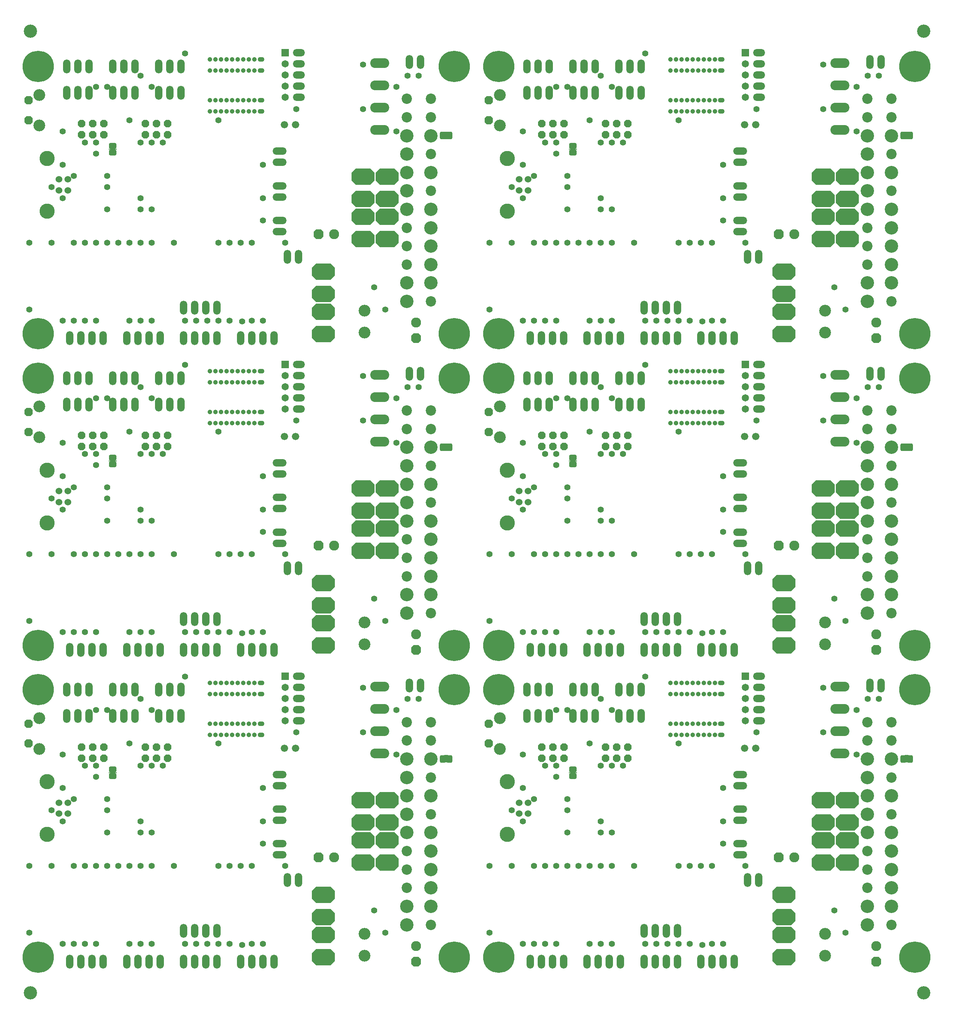
<source format=gbs>
%FSLAX24Y24*%
%MOIN*%
G70*
G01*
G75*
G04 Layer_Color=16711935*
%ADD10C,0.0070*%
G04:AMPARAMS|DCode=11|XSize=78.7mil|YSize=78.7mil|CornerRadius=39.4mil|HoleSize=0mil|Usage=FLASHONLY|Rotation=90.000|XOffset=0mil|YOffset=0mil|HoleType=Round|Shape=RoundedRectangle|*
%AMROUNDEDRECTD11*
21,1,0.0787,0.0000,0,0,90.0*
21,1,0.0000,0.0787,0,0,90.0*
1,1,0.0787,0.0000,0.0000*
1,1,0.0787,0.0000,0.0000*
1,1,0.0787,0.0000,0.0000*
1,1,0.0787,0.0000,0.0000*
%
%ADD11ROUNDEDRECTD11*%
%ADD12C,0.0100*%
G04:AMPARAMS|DCode=13|XSize=29.1mil|YSize=39.4mil|CornerRadius=5.8mil|HoleSize=0mil|Usage=FLASHONLY|Rotation=90.000|XOffset=0mil|YOffset=0mil|HoleType=Round|Shape=RoundedRectangle|*
%AMROUNDEDRECTD13*
21,1,0.0291,0.0277,0,0,90.0*
21,1,0.0175,0.0394,0,0,90.0*
1,1,0.0117,0.0139,0.0087*
1,1,0.0117,0.0139,-0.0087*
1,1,0.0117,-0.0139,-0.0087*
1,1,0.0117,-0.0139,0.0087*
%
%ADD13ROUNDEDRECTD13*%
G04:AMPARAMS|DCode=14|XSize=22mil|YSize=24mil|CornerRadius=4.4mil|HoleSize=0mil|Usage=FLASHONLY|Rotation=180.000|XOffset=0mil|YOffset=0mil|HoleType=Round|Shape=RoundedRectangle|*
%AMROUNDEDRECTD14*
21,1,0.0220,0.0152,0,0,180.0*
21,1,0.0132,0.0240,0,0,180.0*
1,1,0.0088,-0.0066,0.0076*
1,1,0.0088,0.0066,0.0076*
1,1,0.0088,0.0066,-0.0076*
1,1,0.0088,-0.0066,-0.0076*
%
%ADD14ROUNDEDRECTD14*%
G04:AMPARAMS|DCode=15|XSize=22mil|YSize=24mil|CornerRadius=4.4mil|HoleSize=0mil|Usage=FLASHONLY|Rotation=90.000|XOffset=0mil|YOffset=0mil|HoleType=Round|Shape=RoundedRectangle|*
%AMROUNDEDRECTD15*
21,1,0.0220,0.0152,0,0,90.0*
21,1,0.0132,0.0240,0,0,90.0*
1,1,0.0088,0.0076,0.0066*
1,1,0.0088,0.0076,-0.0066*
1,1,0.0088,-0.0076,-0.0066*
1,1,0.0088,-0.0076,0.0066*
%
%ADD15ROUNDEDRECTD15*%
G04:AMPARAMS|DCode=16|XSize=29.1mil|YSize=39.4mil|CornerRadius=5.8mil|HoleSize=0mil|Usage=FLASHONLY|Rotation=0.000|XOffset=0mil|YOffset=0mil|HoleType=Round|Shape=RoundedRectangle|*
%AMROUNDEDRECTD16*
21,1,0.0291,0.0277,0,0,0.0*
21,1,0.0175,0.0394,0,0,0.0*
1,1,0.0117,0.0087,-0.0139*
1,1,0.0117,-0.0087,-0.0139*
1,1,0.0117,-0.0087,0.0139*
1,1,0.0117,0.0087,0.0139*
%
%ADD16ROUNDEDRECTD16*%
%ADD17R,0.0240X0.0240*%
%ADD18R,0.0280X0.0560*%
%ADD19R,0.1970X0.1700*%
%ADD20R,0.0420X0.0520*%
G04:AMPARAMS|DCode=21|XSize=40mil|YSize=40mil|CornerRadius=20mil|HoleSize=0mil|Usage=FLASHONLY|Rotation=0.000|XOffset=0mil|YOffset=0mil|HoleType=Round|Shape=RoundedRectangle|*
%AMROUNDEDRECTD21*
21,1,0.0400,0.0000,0,0,0.0*
21,1,0.0000,0.0400,0,0,0.0*
1,1,0.0400,0.0000,0.0000*
1,1,0.0400,0.0000,0.0000*
1,1,0.0400,0.0000,0.0000*
1,1,0.0400,0.0000,0.0000*
%
%ADD21ROUNDEDRECTD21*%
%ADD22R,0.0480X0.0480*%
%ADD23R,0.0480X0.0480*%
%ADD24R,0.0630X0.1260*%
%ADD25R,0.0600X0.0120*%
%ADD26R,0.0120X0.0600*%
%ADD27R,0.0320X0.0360*%
%ADD28R,0.0360X0.0320*%
%ADD29R,0.0280X0.0200*%
%ADD30R,0.0200X0.0280*%
%ADD31R,0.0790X0.0790*%
%ADD32R,0.0790X0.0790*%
%ADD33R,0.0500X0.0150*%
G04:AMPARAMS|DCode=34|XSize=63mil|YSize=71mil|CornerRadius=15.8mil|HoleSize=0mil|Usage=FLASHONLY|Rotation=270.000|XOffset=0mil|YOffset=0mil|HoleType=Round|Shape=RoundedRectangle|*
%AMROUNDEDRECTD34*
21,1,0.0630,0.0395,0,0,270.0*
21,1,0.0315,0.0710,0,0,270.0*
1,1,0.0315,-0.0198,-0.0158*
1,1,0.0315,-0.0198,0.0158*
1,1,0.0315,0.0198,0.0158*
1,1,0.0315,0.0198,-0.0158*
%
%ADD34ROUNDEDRECTD34*%
%ADD35R,0.0543X0.0709*%
%ADD36R,0.0709X0.0543*%
%ADD37R,0.0200X0.0260*%
G04:AMPARAMS|DCode=38|XSize=52mil|YSize=60mil|CornerRadius=13mil|HoleSize=0mil|Usage=FLASHONLY|Rotation=270.000|XOffset=0mil|YOffset=0mil|HoleType=Round|Shape=RoundedRectangle|*
%AMROUNDEDRECTD38*
21,1,0.0520,0.0340,0,0,270.0*
21,1,0.0260,0.0600,0,0,270.0*
1,1,0.0260,-0.0170,-0.0130*
1,1,0.0260,-0.0170,0.0130*
1,1,0.0260,0.0170,0.0130*
1,1,0.0260,0.0170,-0.0130*
%
%ADD38ROUNDEDRECTD38*%
G04:AMPARAMS|DCode=39|XSize=52mil|YSize=60mil|CornerRadius=13mil|HoleSize=0mil|Usage=FLASHONLY|Rotation=180.000|XOffset=0mil|YOffset=0mil|HoleType=Round|Shape=RoundedRectangle|*
%AMROUNDEDRECTD39*
21,1,0.0520,0.0340,0,0,180.0*
21,1,0.0260,0.0600,0,0,180.0*
1,1,0.0260,-0.0130,0.0170*
1,1,0.0260,0.0130,0.0170*
1,1,0.0260,0.0130,-0.0170*
1,1,0.0260,-0.0130,-0.0170*
%
%ADD39ROUNDEDRECTD39*%
%ADD40R,0.0236X0.1319*%
G04:AMPARAMS|DCode=41|XSize=12mil|YSize=32mil|CornerRadius=4.8mil|HoleSize=0mil|Usage=FLASHONLY|Rotation=270.000|XOffset=0mil|YOffset=0mil|HoleType=Round|Shape=RoundedRectangle|*
%AMROUNDEDRECTD41*
21,1,0.0120,0.0224,0,0,270.0*
21,1,0.0024,0.0320,0,0,270.0*
1,1,0.0096,-0.0112,-0.0012*
1,1,0.0096,-0.0112,0.0012*
1,1,0.0096,0.0112,0.0012*
1,1,0.0096,0.0112,-0.0012*
%
%ADD41ROUNDEDRECTD41*%
G04:AMPARAMS|DCode=42|XSize=12mil|YSize=32mil|CornerRadius=4.8mil|HoleSize=0mil|Usage=FLASHONLY|Rotation=0.000|XOffset=0mil|YOffset=0mil|HoleType=Round|Shape=RoundedRectangle|*
%AMROUNDEDRECTD42*
21,1,0.0120,0.0224,0,0,0.0*
21,1,0.0024,0.0320,0,0,0.0*
1,1,0.0096,0.0012,-0.0112*
1,1,0.0096,-0.0012,-0.0112*
1,1,0.0096,-0.0012,0.0112*
1,1,0.0096,0.0012,0.0112*
%
%ADD42ROUNDEDRECTD42*%
%ADD43R,0.1370X0.1370*%
%ADD44R,0.1370X0.1370*%
%ADD45C,0.0500*%
%ADD46C,0.1000*%
%ADD47C,0.0080*%
%ADD48C,0.0240*%
%ADD49C,0.0400*%
%ADD50C,0.0120*%
%ADD51C,0.0800*%
%ADD52C,0.0200*%
%ADD53C,0.0250*%
%ADD54C,0.0600*%
%ADD55C,0.0320*%
%ADD56R,0.1620X0.0803*%
%ADD57R,0.3819X0.2046*%
%ADD58R,0.2441X0.2008*%
%ADD59R,0.0551X0.0472*%
%ADD60R,0.0984X0.1685*%
%ADD61R,0.0945X0.1339*%
%ADD62R,0.1457X0.2087*%
%ADD63R,0.1063X0.1220*%
G04:AMPARAMS|DCode=64|XSize=140mil|YSize=200mil|CornerRadius=0mil|HoleSize=0mil|Usage=FLASHONLY|Rotation=90.000|XOffset=0mil|YOffset=0mil|HoleType=Round|Shape=Octagon|*
%AMOCTAGOND64*
4,1,8,-0.1000,-0.0350,-0.1000,0.0350,-0.0650,0.0700,0.0650,0.0700,0.1000,0.0350,0.1000,-0.0350,0.0650,-0.0700,-0.0650,-0.0700,-0.1000,-0.0350,0.0*
%
%ADD64OCTAGOND64*%

%ADD65C,0.0870*%
%ADD66C,0.1142*%
%ADD67P,0.0909X8X202.5*%
%ADD68C,0.0840*%
%ADD69P,0.0909X8X292.5*%
%ADD70O,0.0600X0.1200*%
%ADD71P,0.0671X8X22.5*%
%ADD72C,0.0600*%
%ADD73O,0.1200X0.0600*%
%ADD74C,0.1000*%
%ADD75O,0.1650X0.0825*%
%ADD76C,0.2756*%
%ADD77P,0.0758X8X292.5*%
%ADD78C,0.0540*%
%ADD79C,0.1305*%
%ADD80C,0.0360*%
%ADD81O,0.0540X0.0360*%
%ADD82R,0.0591X0.0591*%
%ADD83O,0.1024X0.0591*%
%ADD84C,0.0591*%
%ADD85C,0.0300*%
%ADD86C,0.0500*%
%ADD87C,0.0320*%
%ADD88C,0.1581*%
%ADD89C,0.1240*%
%ADD90C,0.0949*%
G04:AMPARAMS|DCode=91|XSize=130.866mil|YSize=130.866mil|CornerRadius=0mil|HoleSize=0mil|Usage=FLASHONLY|Rotation=0.000|XOffset=0mil|YOffset=0mil|HoleType=Round|Shape=Relief|Width=10mil|Gap=10mil|Entries=4|*
%AMTHD91*
7,0,0,0.1309,0.1109,0.0100,45*
%
%ADD91THD91*%
%ADD92C,0.1421*%
G04:AMPARAMS|DCode=93|XSize=100mil|YSize=100mil|CornerRadius=0mil|HoleSize=0mil|Usage=FLASHONLY|Rotation=0.000|XOffset=0mil|YOffset=0mil|HoleType=Round|Shape=Relief|Width=10mil|Gap=10mil|Entries=4|*
%AMTHD93*
7,0,0,0.1000,0.0800,0.0100,45*
%
%ADD93THD93*%
%ADD94C,0.0640*%
G04:AMPARAMS|DCode=95|XSize=98mil|YSize=98mil|CornerRadius=0mil|HoleSize=0mil|Usage=FLASHONLY|Rotation=0.000|XOffset=0mil|YOffset=0mil|HoleType=Round|Shape=Relief|Width=10mil|Gap=10mil|Entries=4|*
%AMTHD95*
7,0,0,0.0980,0.0780,0.0100,45*
%
%ADD95THD95*%
%ADD96C,0.0620*%
%ADD97C,0.0790*%
%ADD98C,0.0830*%
%ADD99C,0.1110*%
%ADD100C,0.0460*%
G04:AMPARAMS|DCode=101|XSize=82mil|YSize=82mil|CornerRadius=0mil|HoleSize=0mil|Usage=FLASHONLY|Rotation=0.000|XOffset=0mil|YOffset=0mil|HoleType=Round|Shape=Relief|Width=10mil|Gap=10mil|Entries=4|*
%AMTHD101*
7,0,0,0.0820,0.0620,0.0100,45*
%
%ADD101THD101*%
%ADD102C,0.0594*%
G04:AMPARAMS|DCode=103|XSize=95.433mil|YSize=95.433mil|CornerRadius=0mil|HoleSize=0mil|Usage=FLASHONLY|Rotation=0.000|XOffset=0mil|YOffset=0mil|HoleType=Round|Shape=Relief|Width=10mil|Gap=10mil|Entries=4|*
%AMTHD103*
7,0,0,0.0954,0.0754,0.0100,45*
%
%ADD103THD103*%
%ADD104C,0.0390*%
%ADD105C,0.0550*%
%ADD106C,0.0520*%
%ADD107C,0.1400*%
%ADD108R,0.3622X0.4331*%
%ADD109R,0.3583X0.4331*%
%ADD110R,0.3425X0.4331*%
%ADD111R,0.4094X0.4331*%
G04:AMPARAMS|DCode=112|XSize=50mil|YSize=50mil|CornerRadius=25mil|HoleSize=0mil|Usage=FLASHONLY|Rotation=90.000|XOffset=0mil|YOffset=0mil|HoleType=Round|Shape=RoundedRectangle|*
%AMROUNDEDRECTD112*
21,1,0.0500,0.0000,0,0,90.0*
21,1,0.0000,0.0500,0,0,90.0*
1,1,0.0500,0.0000,0.0000*
1,1,0.0500,0.0000,0.0000*
1,1,0.0500,0.0000,0.0000*
1,1,0.0500,0.0000,0.0000*
%
%ADD112ROUNDEDRECTD112*%
G04:AMPARAMS|DCode=113|XSize=50mil|YSize=50mil|CornerRadius=25mil|HoleSize=0mil|Usage=FLASHONLY|Rotation=180.000|XOffset=0mil|YOffset=0mil|HoleType=Round|Shape=RoundedRectangle|*
%AMROUNDEDRECTD113*
21,1,0.0500,0.0000,0,0,180.0*
21,1,0.0000,0.0500,0,0,180.0*
1,1,0.0500,0.0000,0.0000*
1,1,0.0500,0.0000,0.0000*
1,1,0.0500,0.0000,0.0000*
1,1,0.0500,0.0000,0.0000*
%
%ADD113ROUNDEDRECTD113*%
G04:AMPARAMS|DCode=114|XSize=46mil|YSize=63mil|CornerRadius=11.5mil|HoleSize=0mil|Usage=FLASHONLY|Rotation=180.000|XOffset=0mil|YOffset=0mil|HoleType=Round|Shape=RoundedRectangle|*
%AMROUNDEDRECTD114*
21,1,0.0460,0.0400,0,0,180.0*
21,1,0.0230,0.0630,0,0,180.0*
1,1,0.0230,-0.0115,0.0200*
1,1,0.0230,0.0115,0.0200*
1,1,0.0230,0.0115,-0.0200*
1,1,0.0230,-0.0115,-0.0200*
%
%ADD114ROUNDEDRECTD114*%
G04:AMPARAMS|DCode=115|XSize=46mil|YSize=63mil|CornerRadius=11.5mil|HoleSize=0mil|Usage=FLASHONLY|Rotation=270.000|XOffset=0mil|YOffset=0mil|HoleType=Round|Shape=RoundedRectangle|*
%AMROUNDEDRECTD115*
21,1,0.0460,0.0400,0,0,270.0*
21,1,0.0230,0.0630,0,0,270.0*
1,1,0.0230,-0.0200,-0.0115*
1,1,0.0230,-0.0200,0.0115*
1,1,0.0230,0.0200,0.0115*
1,1,0.0230,0.0200,-0.0115*
%
%ADD115ROUNDEDRECTD115*%
%ADD116C,0.0060*%
%ADD117C,0.0050*%
%ADD118C,0.0000*%
%ADD119C,0.0098*%
%ADD120C,0.0040*%
%ADD121C,0.0079*%
%ADD122R,0.0119X0.0120*%
%ADD123R,0.0060X0.0120*%
%ADD124R,0.0059X0.0120*%
%ADD125R,0.0120X0.0119*%
%ADD126R,0.0120X0.0060*%
%ADD127R,0.0120X0.0059*%
%ADD128R,0.0492X0.2450*%
%ADD129R,0.0295X0.0879*%
%ADD130R,0.0879X0.0295*%
G04:AMPARAMS|DCode=131|XSize=31.1mil|YSize=41.4mil|CornerRadius=6.8mil|HoleSize=0mil|Usage=FLASHONLY|Rotation=90.000|XOffset=0mil|YOffset=0mil|HoleType=Round|Shape=RoundedRectangle|*
%AMROUNDEDRECTD131*
21,1,0.0311,0.0277,0,0,90.0*
21,1,0.0175,0.0414,0,0,90.0*
1,1,0.0137,0.0139,0.0087*
1,1,0.0137,0.0139,-0.0087*
1,1,0.0137,-0.0139,-0.0087*
1,1,0.0137,-0.0139,0.0087*
%
%ADD131ROUNDEDRECTD131*%
G04:AMPARAMS|DCode=132|XSize=24mil|YSize=26mil|CornerRadius=5.4mil|HoleSize=0mil|Usage=FLASHONLY|Rotation=180.000|XOffset=0mil|YOffset=0mil|HoleType=Round|Shape=RoundedRectangle|*
%AMROUNDEDRECTD132*
21,1,0.0240,0.0152,0,0,180.0*
21,1,0.0132,0.0260,0,0,180.0*
1,1,0.0108,-0.0066,0.0076*
1,1,0.0108,0.0066,0.0076*
1,1,0.0108,0.0066,-0.0076*
1,1,0.0108,-0.0066,-0.0076*
%
%ADD132ROUNDEDRECTD132*%
G04:AMPARAMS|DCode=133|XSize=24mil|YSize=26mil|CornerRadius=5.4mil|HoleSize=0mil|Usage=FLASHONLY|Rotation=90.000|XOffset=0mil|YOffset=0mil|HoleType=Round|Shape=RoundedRectangle|*
%AMROUNDEDRECTD133*
21,1,0.0240,0.0152,0,0,90.0*
21,1,0.0132,0.0260,0,0,90.0*
1,1,0.0108,0.0076,0.0066*
1,1,0.0108,0.0076,-0.0066*
1,1,0.0108,-0.0076,-0.0066*
1,1,0.0108,-0.0076,0.0066*
%
%ADD133ROUNDEDRECTD133*%
G04:AMPARAMS|DCode=134|XSize=31.1mil|YSize=41.4mil|CornerRadius=6.8mil|HoleSize=0mil|Usage=FLASHONLY|Rotation=0.000|XOffset=0mil|YOffset=0mil|HoleType=Round|Shape=RoundedRectangle|*
%AMROUNDEDRECTD134*
21,1,0.0311,0.0277,0,0,0.0*
21,1,0.0175,0.0414,0,0,0.0*
1,1,0.0137,0.0087,-0.0139*
1,1,0.0137,-0.0087,-0.0139*
1,1,0.0137,-0.0087,0.0139*
1,1,0.0137,0.0087,0.0139*
%
%ADD134ROUNDEDRECTD134*%
%ADD135R,0.0260X0.0260*%
%ADD136R,0.0300X0.0580*%
%ADD137R,0.1990X0.1720*%
%ADD138R,0.0440X0.0540*%
%ADD139R,0.0500X0.0500*%
%ADD140R,0.0500X0.0500*%
%ADD141R,0.0650X0.1280*%
%ADD142R,0.0620X0.0140*%
%ADD143R,0.0140X0.0620*%
%ADD144R,0.0340X0.0380*%
%ADD145R,0.0380X0.0340*%
%ADD146R,0.0300X0.0220*%
%ADD147R,0.0220X0.0300*%
%ADD148R,0.0810X0.0810*%
%ADD149R,0.0810X0.0810*%
%ADD150R,0.0520X0.0170*%
G04:AMPARAMS|DCode=151|XSize=65mil|YSize=73mil|CornerRadius=16.8mil|HoleSize=0mil|Usage=FLASHONLY|Rotation=270.000|XOffset=0mil|YOffset=0mil|HoleType=Round|Shape=RoundedRectangle|*
%AMROUNDEDRECTD151*
21,1,0.0650,0.0395,0,0,270.0*
21,1,0.0315,0.0730,0,0,270.0*
1,1,0.0335,-0.0198,-0.0158*
1,1,0.0335,-0.0198,0.0158*
1,1,0.0335,0.0198,0.0158*
1,1,0.0335,0.0198,-0.0158*
%
%ADD151ROUNDEDRECTD151*%
%ADD152R,0.0563X0.0729*%
%ADD153R,0.0729X0.0563*%
%ADD154R,0.0220X0.0280*%
G04:AMPARAMS|DCode=155|XSize=54mil|YSize=62mil|CornerRadius=14mil|HoleSize=0mil|Usage=FLASHONLY|Rotation=270.000|XOffset=0mil|YOffset=0mil|HoleType=Round|Shape=RoundedRectangle|*
%AMROUNDEDRECTD155*
21,1,0.0540,0.0340,0,0,270.0*
21,1,0.0260,0.0620,0,0,270.0*
1,1,0.0280,-0.0170,-0.0130*
1,1,0.0280,-0.0170,0.0130*
1,1,0.0280,0.0170,0.0130*
1,1,0.0280,0.0170,-0.0130*
%
%ADD155ROUNDEDRECTD155*%
G04:AMPARAMS|DCode=156|XSize=54mil|YSize=62mil|CornerRadius=14mil|HoleSize=0mil|Usage=FLASHONLY|Rotation=180.000|XOffset=0mil|YOffset=0mil|HoleType=Round|Shape=RoundedRectangle|*
%AMROUNDEDRECTD156*
21,1,0.0540,0.0340,0,0,180.0*
21,1,0.0260,0.0620,0,0,180.0*
1,1,0.0280,-0.0130,0.0170*
1,1,0.0280,0.0130,0.0170*
1,1,0.0280,0.0130,-0.0170*
1,1,0.0280,-0.0130,-0.0170*
%
%ADD156ROUNDEDRECTD156*%
%ADD157R,0.0256X0.1339*%
G04:AMPARAMS|DCode=158|XSize=14mil|YSize=34mil|CornerRadius=5.8mil|HoleSize=0mil|Usage=FLASHONLY|Rotation=270.000|XOffset=0mil|YOffset=0mil|HoleType=Round|Shape=RoundedRectangle|*
%AMROUNDEDRECTD158*
21,1,0.0140,0.0224,0,0,270.0*
21,1,0.0024,0.0340,0,0,270.0*
1,1,0.0116,-0.0112,-0.0012*
1,1,0.0116,-0.0112,0.0012*
1,1,0.0116,0.0112,0.0012*
1,1,0.0116,0.0112,-0.0012*
%
%ADD158ROUNDEDRECTD158*%
G04:AMPARAMS|DCode=159|XSize=14mil|YSize=34mil|CornerRadius=5.8mil|HoleSize=0mil|Usage=FLASHONLY|Rotation=0.000|XOffset=0mil|YOffset=0mil|HoleType=Round|Shape=RoundedRectangle|*
%AMROUNDEDRECTD159*
21,1,0.0140,0.0224,0,0,0.0*
21,1,0.0024,0.0340,0,0,0.0*
1,1,0.0116,0.0012,-0.0112*
1,1,0.0116,-0.0012,-0.0112*
1,1,0.0116,-0.0012,0.0112*
1,1,0.0116,0.0012,0.0112*
%
%ADD159ROUNDEDRECTD159*%
%ADD160C,0.0150*%
%ADD161R,0.0530X0.0170*%
%ADD162R,0.0460X0.0130*%
%ADD163R,0.1594X0.2303*%
%ADD164R,0.2303X0.1585*%
%ADD165R,0.2303X0.1594*%
%ADD166R,0.1585X0.2303*%
G04:AMPARAMS|DCode=167|XSize=118.7mil|YSize=118.7mil|CornerRadius=59.4mil|HoleSize=0mil|Usage=FLASHONLY|Rotation=90.000|XOffset=0mil|YOffset=0mil|HoleType=Round|Shape=RoundedRectangle|*
%AMROUNDEDRECTD167*
21,1,0.1187,0.0000,0,0,90.0*
21,1,0.0000,0.1187,0,0,90.0*
1,1,0.1187,0.0000,0.0000*
1,1,0.1187,0.0000,0.0000*
1,1,0.1187,0.0000,0.0000*
1,1,0.1187,0.0000,0.0000*
%
%ADD167ROUNDEDRECTD167*%
G04:AMPARAMS|DCode=168|XSize=35.1mil|YSize=45.4mil|CornerRadius=8.8mil|HoleSize=0mil|Usage=FLASHONLY|Rotation=90.000|XOffset=0mil|YOffset=0mil|HoleType=Round|Shape=RoundedRectangle|*
%AMROUNDEDRECTD168*
21,1,0.0351,0.0277,0,0,90.0*
21,1,0.0175,0.0454,0,0,90.0*
1,1,0.0177,0.0139,0.0087*
1,1,0.0177,0.0139,-0.0087*
1,1,0.0177,-0.0139,-0.0087*
1,1,0.0177,-0.0139,0.0087*
%
%ADD168ROUNDEDRECTD168*%
G04:AMPARAMS|DCode=169|XSize=28mil|YSize=30mil|CornerRadius=7.4mil|HoleSize=0mil|Usage=FLASHONLY|Rotation=180.000|XOffset=0mil|YOffset=0mil|HoleType=Round|Shape=RoundedRectangle|*
%AMROUNDEDRECTD169*
21,1,0.0280,0.0152,0,0,180.0*
21,1,0.0132,0.0300,0,0,180.0*
1,1,0.0148,-0.0066,0.0076*
1,1,0.0148,0.0066,0.0076*
1,1,0.0148,0.0066,-0.0076*
1,1,0.0148,-0.0066,-0.0076*
%
%ADD169ROUNDEDRECTD169*%
G04:AMPARAMS|DCode=170|XSize=28mil|YSize=30mil|CornerRadius=7.4mil|HoleSize=0mil|Usage=FLASHONLY|Rotation=90.000|XOffset=0mil|YOffset=0mil|HoleType=Round|Shape=RoundedRectangle|*
%AMROUNDEDRECTD170*
21,1,0.0280,0.0152,0,0,90.0*
21,1,0.0132,0.0300,0,0,90.0*
1,1,0.0148,0.0076,0.0066*
1,1,0.0148,0.0076,-0.0066*
1,1,0.0148,-0.0076,-0.0066*
1,1,0.0148,-0.0076,0.0066*
%
%ADD170ROUNDEDRECTD170*%
G04:AMPARAMS|DCode=171|XSize=35.1mil|YSize=45.4mil|CornerRadius=8.8mil|HoleSize=0mil|Usage=FLASHONLY|Rotation=0.000|XOffset=0mil|YOffset=0mil|HoleType=Round|Shape=RoundedRectangle|*
%AMROUNDEDRECTD171*
21,1,0.0351,0.0277,0,0,0.0*
21,1,0.0175,0.0454,0,0,0.0*
1,1,0.0177,0.0087,-0.0139*
1,1,0.0177,-0.0087,-0.0139*
1,1,0.0177,-0.0087,0.0139*
1,1,0.0177,0.0087,0.0139*
%
%ADD171ROUNDEDRECTD171*%
%ADD172R,0.0300X0.0300*%
%ADD173R,0.0340X0.0620*%
%ADD174R,0.2030X0.1760*%
%ADD175R,0.0480X0.0580*%
G04:AMPARAMS|DCode=176|XSize=80mil|YSize=80mil|CornerRadius=40mil|HoleSize=0mil|Usage=FLASHONLY|Rotation=0.000|XOffset=0mil|YOffset=0mil|HoleType=Round|Shape=RoundedRectangle|*
%AMROUNDEDRECTD176*
21,1,0.0800,0.0000,0,0,0.0*
21,1,0.0000,0.0800,0,0,0.0*
1,1,0.0800,0.0000,0.0000*
1,1,0.0800,0.0000,0.0000*
1,1,0.0800,0.0000,0.0000*
1,1,0.0800,0.0000,0.0000*
%
%ADD176ROUNDEDRECTD176*%
%ADD177R,0.0540X0.0540*%
%ADD178R,0.0540X0.0540*%
%ADD179R,0.0690X0.1320*%
%ADD180R,0.0660X0.0180*%
%ADD181R,0.0180X0.0660*%
%ADD182R,0.0380X0.0420*%
%ADD183R,0.0420X0.0380*%
%ADD184R,0.0340X0.0260*%
%ADD185R,0.0260X0.0340*%
%ADD186R,0.0850X0.0850*%
%ADD187R,0.0850X0.0850*%
%ADD188R,0.0560X0.0210*%
G04:AMPARAMS|DCode=189|XSize=69mil|YSize=77mil|CornerRadius=18.8mil|HoleSize=0mil|Usage=FLASHONLY|Rotation=270.000|XOffset=0mil|YOffset=0mil|HoleType=Round|Shape=RoundedRectangle|*
%AMROUNDEDRECTD189*
21,1,0.0690,0.0395,0,0,270.0*
21,1,0.0315,0.0770,0,0,270.0*
1,1,0.0375,-0.0198,-0.0158*
1,1,0.0375,-0.0198,0.0158*
1,1,0.0375,0.0198,0.0158*
1,1,0.0375,0.0198,-0.0158*
%
%ADD189ROUNDEDRECTD189*%
%ADD190R,0.0603X0.0769*%
%ADD191R,0.0769X0.0603*%
%ADD192R,0.0260X0.0320*%
G04:AMPARAMS|DCode=193|XSize=58mil|YSize=66mil|CornerRadius=16mil|HoleSize=0mil|Usage=FLASHONLY|Rotation=270.000|XOffset=0mil|YOffset=0mil|HoleType=Round|Shape=RoundedRectangle|*
%AMROUNDEDRECTD193*
21,1,0.0580,0.0340,0,0,270.0*
21,1,0.0260,0.0660,0,0,270.0*
1,1,0.0320,-0.0170,-0.0130*
1,1,0.0320,-0.0170,0.0130*
1,1,0.0320,0.0170,0.0130*
1,1,0.0320,0.0170,-0.0130*
%
%ADD193ROUNDEDRECTD193*%
G04:AMPARAMS|DCode=194|XSize=58mil|YSize=66mil|CornerRadius=16mil|HoleSize=0mil|Usage=FLASHONLY|Rotation=180.000|XOffset=0mil|YOffset=0mil|HoleType=Round|Shape=RoundedRectangle|*
%AMROUNDEDRECTD194*
21,1,0.0580,0.0340,0,0,180.0*
21,1,0.0260,0.0660,0,0,180.0*
1,1,0.0320,-0.0130,0.0170*
1,1,0.0320,0.0130,0.0170*
1,1,0.0320,0.0130,-0.0170*
1,1,0.0320,-0.0130,-0.0170*
%
%ADD194ROUNDEDRECTD194*%
%ADD195R,0.0296X0.1379*%
G04:AMPARAMS|DCode=196|XSize=18mil|YSize=38mil|CornerRadius=7.8mil|HoleSize=0mil|Usage=FLASHONLY|Rotation=270.000|XOffset=0mil|YOffset=0mil|HoleType=Round|Shape=RoundedRectangle|*
%AMROUNDEDRECTD196*
21,1,0.0180,0.0224,0,0,270.0*
21,1,0.0024,0.0380,0,0,270.0*
1,1,0.0156,-0.0112,-0.0012*
1,1,0.0156,-0.0112,0.0012*
1,1,0.0156,0.0112,0.0012*
1,1,0.0156,0.0112,-0.0012*
%
%ADD196ROUNDEDRECTD196*%
G04:AMPARAMS|DCode=197|XSize=18mil|YSize=38mil|CornerRadius=7.8mil|HoleSize=0mil|Usage=FLASHONLY|Rotation=0.000|XOffset=0mil|YOffset=0mil|HoleType=Round|Shape=RoundedRectangle|*
%AMROUNDEDRECTD197*
21,1,0.0180,0.0224,0,0,0.0*
21,1,0.0024,0.0380,0,0,0.0*
1,1,0.0156,0.0012,-0.0112*
1,1,0.0156,-0.0012,-0.0112*
1,1,0.0156,-0.0012,0.0112*
1,1,0.0156,0.0012,0.0112*
%
%ADD197ROUNDEDRECTD197*%
%ADD198R,0.1430X0.1430*%
%ADD199R,0.1430X0.1430*%
G04:AMPARAMS|DCode=200|XSize=146mil|YSize=206mil|CornerRadius=0mil|HoleSize=0mil|Usage=FLASHONLY|Rotation=90.000|XOffset=0mil|YOffset=0mil|HoleType=Round|Shape=Octagon|*
%AMOCTAGOND200*
4,1,8,-0.1030,-0.0365,-0.1030,0.0365,-0.0665,0.0730,0.0665,0.0730,0.1030,0.0365,0.1030,-0.0365,0.0665,-0.0730,-0.0665,-0.0730,-0.1030,-0.0365,0.0*
%
%ADD200OCTAGOND200*%

%ADD201C,0.0930*%
%ADD202C,0.1202*%
%ADD203P,0.0974X8X202.5*%
%ADD204C,0.0900*%
%ADD205P,0.0974X8X292.5*%
%ADD206O,0.0660X0.1260*%
%ADD207P,0.0736X8X22.5*%
%ADD208C,0.0660*%
%ADD209O,0.1260X0.0660*%
%ADD210C,0.1060*%
%ADD211O,0.1710X0.0885*%
%ADD212C,0.2816*%
%ADD213P,0.0823X8X292.5*%
%ADD214C,0.1365*%
%ADD215C,0.0420*%
%ADD216O,0.0600X0.0420*%
%ADD217R,0.0651X0.0651*%
%ADD218O,0.1084X0.0651*%
%ADD219C,0.0651*%
%ADD220R,0.0354X0.0704*%
%ADD221R,0.0720X0.0060*%
G04:AMPARAMS|DCode=222|XSize=56mil|YSize=56mil|CornerRadius=28mil|HoleSize=0mil|Usage=FLASHONLY|Rotation=90.000|XOffset=0mil|YOffset=0mil|HoleType=Round|Shape=RoundedRectangle|*
%AMROUNDEDRECTD222*
21,1,0.0560,0.0000,0,0,90.0*
21,1,0.0000,0.0560,0,0,90.0*
1,1,0.0560,0.0000,0.0000*
1,1,0.0560,0.0000,0.0000*
1,1,0.0560,0.0000,0.0000*
1,1,0.0560,0.0000,0.0000*
%
%ADD222ROUNDEDRECTD222*%
G04:AMPARAMS|DCode=223|XSize=56mil|YSize=56mil|CornerRadius=28mil|HoleSize=0mil|Usage=FLASHONLY|Rotation=180.000|XOffset=0mil|YOffset=0mil|HoleType=Round|Shape=RoundedRectangle|*
%AMROUNDEDRECTD223*
21,1,0.0560,0.0000,0,0,180.0*
21,1,0.0000,0.0560,0,0,180.0*
1,1,0.0560,0.0000,0.0000*
1,1,0.0560,0.0000,0.0000*
1,1,0.0560,0.0000,0.0000*
1,1,0.0560,0.0000,0.0000*
%
%ADD223ROUNDEDRECTD223*%
G04:AMPARAMS|DCode=224|XSize=52mil|YSize=69mil|CornerRadius=14.5mil|HoleSize=0mil|Usage=FLASHONLY|Rotation=180.000|XOffset=0mil|YOffset=0mil|HoleType=Round|Shape=RoundedRectangle|*
%AMROUNDEDRECTD224*
21,1,0.0520,0.0400,0,0,180.0*
21,1,0.0230,0.0690,0,0,180.0*
1,1,0.0290,-0.0115,0.0200*
1,1,0.0290,0.0115,0.0200*
1,1,0.0290,0.0115,-0.0200*
1,1,0.0290,-0.0115,-0.0200*
%
%ADD224ROUNDEDRECTD224*%
G04:AMPARAMS|DCode=225|XSize=52mil|YSize=69mil|CornerRadius=14.5mil|HoleSize=0mil|Usage=FLASHONLY|Rotation=270.000|XOffset=0mil|YOffset=0mil|HoleType=Round|Shape=RoundedRectangle|*
%AMROUNDEDRECTD225*
21,1,0.0520,0.0400,0,0,270.0*
21,1,0.0230,0.0690,0,0,270.0*
1,1,0.0290,-0.0200,-0.0115*
1,1,0.0290,-0.0200,0.0115*
1,1,0.0290,0.0200,0.0115*
1,1,0.0290,0.0200,-0.0115*
%
%ADD225ROUNDEDRECTD225*%
D72*
X16427Y26665D02*
D03*
Y27657D02*
D03*
X15637D02*
D03*
Y26665D02*
D03*
X57805D02*
D03*
Y27657D02*
D03*
X57015D02*
D03*
Y26665D02*
D03*
X16427Y54657D02*
D03*
Y55650D02*
D03*
X15637D02*
D03*
Y54657D02*
D03*
X57805D02*
D03*
Y55650D02*
D03*
X57015D02*
D03*
Y54657D02*
D03*
X16427Y82650D02*
D03*
Y83642D02*
D03*
X15637D02*
D03*
Y82650D02*
D03*
X57805D02*
D03*
Y83642D02*
D03*
X57015D02*
D03*
Y82650D02*
D03*
D167*
X13061Y96959D02*
D03*
X93356D02*
D03*
Y10561D02*
D03*
X13061D02*
D03*
D200*
X42953Y27879D02*
D03*
Y25879D02*
D03*
Y22279D02*
D03*
Y24279D02*
D03*
X45118D02*
D03*
Y22279D02*
D03*
Y25879D02*
D03*
Y27879D02*
D03*
X39409Y13775D02*
D03*
Y15775D02*
D03*
Y19375D02*
D03*
Y17375D02*
D03*
X84331Y27879D02*
D03*
Y25879D02*
D03*
Y22279D02*
D03*
Y24279D02*
D03*
X86496D02*
D03*
Y22279D02*
D03*
Y25879D02*
D03*
Y27879D02*
D03*
X80787Y13775D02*
D03*
Y15775D02*
D03*
Y19375D02*
D03*
Y17375D02*
D03*
X42953Y55871D02*
D03*
Y53871D02*
D03*
Y50271D02*
D03*
Y52271D02*
D03*
X45118D02*
D03*
Y50271D02*
D03*
Y53871D02*
D03*
Y55871D02*
D03*
X39409Y41767D02*
D03*
Y43767D02*
D03*
Y47367D02*
D03*
Y45367D02*
D03*
X84331Y55871D02*
D03*
Y53871D02*
D03*
Y50271D02*
D03*
Y52271D02*
D03*
X86496D02*
D03*
Y50271D02*
D03*
Y53871D02*
D03*
Y55871D02*
D03*
X80787Y41767D02*
D03*
Y43767D02*
D03*
Y47367D02*
D03*
Y45367D02*
D03*
X42953Y83863D02*
D03*
Y81863D02*
D03*
Y78263D02*
D03*
Y80263D02*
D03*
X45118D02*
D03*
Y78263D02*
D03*
Y81863D02*
D03*
Y83863D02*
D03*
X39409Y69759D02*
D03*
Y71759D02*
D03*
Y75359D02*
D03*
Y73359D02*
D03*
X84331Y83863D02*
D03*
Y81863D02*
D03*
Y78263D02*
D03*
Y80263D02*
D03*
X86496D02*
D03*
Y78263D02*
D03*
Y81863D02*
D03*
Y83863D02*
D03*
X80787Y69759D02*
D03*
Y71759D02*
D03*
Y75359D02*
D03*
Y73359D02*
D03*
D201*
X49071Y34882D02*
D03*
Y33228D02*
D03*
Y29921D02*
D03*
Y26614D02*
D03*
Y16693D02*
D03*
X46906Y34882D02*
D03*
Y33228D02*
D03*
Y23307D02*
D03*
Y21654D02*
D03*
Y20000D02*
D03*
X90449Y34882D02*
D03*
Y33228D02*
D03*
Y29921D02*
D03*
Y26614D02*
D03*
Y16693D02*
D03*
X88283Y34882D02*
D03*
Y33228D02*
D03*
Y23307D02*
D03*
Y21654D02*
D03*
Y20000D02*
D03*
X49071Y62874D02*
D03*
Y61220D02*
D03*
Y57913D02*
D03*
Y54606D02*
D03*
Y44685D02*
D03*
X46906Y62874D02*
D03*
Y61220D02*
D03*
Y51299D02*
D03*
Y49646D02*
D03*
Y47992D02*
D03*
X90449Y62874D02*
D03*
Y61220D02*
D03*
Y57913D02*
D03*
Y54606D02*
D03*
Y44685D02*
D03*
X88283Y62874D02*
D03*
Y61220D02*
D03*
Y51299D02*
D03*
Y49646D02*
D03*
Y47992D02*
D03*
X49071Y90866D02*
D03*
Y89213D02*
D03*
Y85906D02*
D03*
Y82598D02*
D03*
Y72677D02*
D03*
X46906Y90866D02*
D03*
Y89213D02*
D03*
Y79291D02*
D03*
Y77638D02*
D03*
Y75984D02*
D03*
X90449Y90866D02*
D03*
Y89213D02*
D03*
Y85906D02*
D03*
Y82598D02*
D03*
Y72677D02*
D03*
X88283Y90866D02*
D03*
Y89213D02*
D03*
Y79291D02*
D03*
Y77638D02*
D03*
Y75984D02*
D03*
D202*
X49071Y31575D02*
D03*
Y28268D02*
D03*
Y24961D02*
D03*
Y23307D02*
D03*
Y21654D02*
D03*
Y20000D02*
D03*
Y18346D02*
D03*
X46906Y31575D02*
D03*
Y29921D02*
D03*
Y28268D02*
D03*
Y26614D02*
D03*
Y24961D02*
D03*
Y18346D02*
D03*
Y16693D02*
D03*
X90449Y31575D02*
D03*
Y28268D02*
D03*
Y24961D02*
D03*
Y23307D02*
D03*
Y21654D02*
D03*
Y20000D02*
D03*
Y18346D02*
D03*
X88283Y31575D02*
D03*
Y29921D02*
D03*
Y28268D02*
D03*
Y26614D02*
D03*
Y24961D02*
D03*
Y18346D02*
D03*
Y16693D02*
D03*
X49071Y59567D02*
D03*
Y56260D02*
D03*
Y52953D02*
D03*
Y51299D02*
D03*
Y49646D02*
D03*
Y47992D02*
D03*
Y46339D02*
D03*
X46906Y59567D02*
D03*
Y57913D02*
D03*
Y56260D02*
D03*
Y54606D02*
D03*
Y52953D02*
D03*
Y46339D02*
D03*
Y44685D02*
D03*
X90449Y59567D02*
D03*
Y56260D02*
D03*
Y52953D02*
D03*
Y51299D02*
D03*
Y49646D02*
D03*
Y47992D02*
D03*
Y46339D02*
D03*
X88283Y59567D02*
D03*
Y57913D02*
D03*
Y56260D02*
D03*
Y54606D02*
D03*
Y52953D02*
D03*
Y46339D02*
D03*
Y44685D02*
D03*
X49071Y87559D02*
D03*
Y84252D02*
D03*
Y80945D02*
D03*
Y79291D02*
D03*
Y77638D02*
D03*
Y75984D02*
D03*
Y74331D02*
D03*
X46906Y87559D02*
D03*
Y85906D02*
D03*
Y84252D02*
D03*
Y82598D02*
D03*
Y80945D02*
D03*
Y74331D02*
D03*
Y72677D02*
D03*
X90449Y87559D02*
D03*
Y84252D02*
D03*
Y80945D02*
D03*
Y79291D02*
D03*
Y77638D02*
D03*
Y75984D02*
D03*
Y74331D02*
D03*
X88283Y87559D02*
D03*
Y85906D02*
D03*
Y84252D02*
D03*
Y82598D02*
D03*
Y80945D02*
D03*
Y74331D02*
D03*
Y72677D02*
D03*
D203*
X38965Y22736D02*
D03*
X80343D02*
D03*
X38965Y50728D02*
D03*
X80343D02*
D03*
X38965Y78720D02*
D03*
X80343D02*
D03*
D204*
X40365Y22736D02*
D03*
X47717Y14794D02*
D03*
X81743Y22736D02*
D03*
X89094Y14794D02*
D03*
X40365Y50728D02*
D03*
X47717Y42787D02*
D03*
X81743Y50728D02*
D03*
X89094Y42787D02*
D03*
X40365Y78720D02*
D03*
X47717Y70779D02*
D03*
X81743Y78720D02*
D03*
X89094Y70779D02*
D03*
D205*
X47717Y13394D02*
D03*
X89094D02*
D03*
X47717Y41387D02*
D03*
X89094D02*
D03*
X47717Y69379D02*
D03*
X89094D02*
D03*
D206*
X26846Y16142D02*
D03*
X27846D02*
D03*
X28846D02*
D03*
X29846D02*
D03*
X26846Y13386D02*
D03*
X27846D02*
D03*
X28846D02*
D03*
X29846D02*
D03*
X16323Y35433D02*
D03*
X17323D02*
D03*
X18323D02*
D03*
X24591D02*
D03*
X25591D02*
D03*
X26591D02*
D03*
X20457D02*
D03*
X21457D02*
D03*
X22457D02*
D03*
X18323Y37795D02*
D03*
X17323D02*
D03*
X16323D02*
D03*
X22457D02*
D03*
X21457D02*
D03*
X20457D02*
D03*
X26591D02*
D03*
X25591D02*
D03*
X24591D02*
D03*
X47138Y38189D02*
D03*
X48138D02*
D03*
X36154Y20709D02*
D03*
X37154D02*
D03*
X34965Y13386D02*
D03*
X33965D02*
D03*
X32965D02*
D03*
X31965D02*
D03*
X24728D02*
D03*
X23728D02*
D03*
X22728D02*
D03*
X21728D02*
D03*
X19610D02*
D03*
X18610D02*
D03*
X17610D02*
D03*
X16610D02*
D03*
X68224Y16142D02*
D03*
X69224D02*
D03*
X70224D02*
D03*
X71224D02*
D03*
X68224Y13386D02*
D03*
X69224D02*
D03*
X70224D02*
D03*
X71224D02*
D03*
X57701Y35433D02*
D03*
X58701D02*
D03*
X59701D02*
D03*
X65968D02*
D03*
X66968D02*
D03*
X67969D02*
D03*
X61835D02*
D03*
X62835D02*
D03*
X63835D02*
D03*
X59701Y37795D02*
D03*
X58701D02*
D03*
X57701D02*
D03*
X63835D02*
D03*
X62835D02*
D03*
X61835D02*
D03*
X67969D02*
D03*
X66968D02*
D03*
X65968D02*
D03*
X88516Y38189D02*
D03*
X89516D02*
D03*
X77531Y20709D02*
D03*
X78531D02*
D03*
X76343Y13386D02*
D03*
X75343D02*
D03*
X74343D02*
D03*
X73343D02*
D03*
X66106D02*
D03*
X65106D02*
D03*
X64106D02*
D03*
X63106D02*
D03*
X60988D02*
D03*
X59988D02*
D03*
X58988D02*
D03*
X57988D02*
D03*
X26846Y44134D02*
D03*
X27846D02*
D03*
X28846D02*
D03*
X29846D02*
D03*
X26846Y41378D02*
D03*
X27846D02*
D03*
X28846D02*
D03*
X29846D02*
D03*
X16323Y63425D02*
D03*
X17323D02*
D03*
X18323D02*
D03*
X24591D02*
D03*
X25591D02*
D03*
X26591D02*
D03*
X20457D02*
D03*
X21457D02*
D03*
X22457D02*
D03*
X18323Y65787D02*
D03*
X17323D02*
D03*
X16323D02*
D03*
X22457D02*
D03*
X21457D02*
D03*
X20457D02*
D03*
X26591D02*
D03*
X25591D02*
D03*
X24591D02*
D03*
X47138Y66181D02*
D03*
X48138D02*
D03*
X36154Y48701D02*
D03*
X37154D02*
D03*
X34965Y41378D02*
D03*
X33965D02*
D03*
X32965D02*
D03*
X31965D02*
D03*
X24728D02*
D03*
X23728D02*
D03*
X22728D02*
D03*
X21728D02*
D03*
X19610D02*
D03*
X18610D02*
D03*
X17610D02*
D03*
X16610D02*
D03*
X68224Y44134D02*
D03*
X69224D02*
D03*
X70224D02*
D03*
X71224D02*
D03*
X68224Y41378D02*
D03*
X69224D02*
D03*
X70224D02*
D03*
X71224D02*
D03*
X57701Y63425D02*
D03*
X58701D02*
D03*
X59701D02*
D03*
X65968D02*
D03*
X66968D02*
D03*
X67969D02*
D03*
X61835D02*
D03*
X62835D02*
D03*
X63835D02*
D03*
X59701Y65787D02*
D03*
X58701D02*
D03*
X57701D02*
D03*
X63835D02*
D03*
X62835D02*
D03*
X61835D02*
D03*
X67969D02*
D03*
X66968D02*
D03*
X65968D02*
D03*
X88516Y66181D02*
D03*
X89516D02*
D03*
X77531Y48701D02*
D03*
X78531D02*
D03*
X76343Y41378D02*
D03*
X75343D02*
D03*
X74343D02*
D03*
X73343D02*
D03*
X66106D02*
D03*
X65106D02*
D03*
X64106D02*
D03*
X63106D02*
D03*
X60988D02*
D03*
X59988D02*
D03*
X58988D02*
D03*
X57988D02*
D03*
X26846Y72126D02*
D03*
X27846D02*
D03*
X28846D02*
D03*
X29846D02*
D03*
X26846Y69370D02*
D03*
X27846D02*
D03*
X28846D02*
D03*
X29846D02*
D03*
X16323Y91417D02*
D03*
X17323D02*
D03*
X18323D02*
D03*
X24591D02*
D03*
X25591D02*
D03*
X26591D02*
D03*
X20457D02*
D03*
X21457D02*
D03*
X22457D02*
D03*
X18323Y93780D02*
D03*
X17323D02*
D03*
X16323D02*
D03*
X22457D02*
D03*
X21457D02*
D03*
X20457D02*
D03*
X26591D02*
D03*
X25591D02*
D03*
X24591D02*
D03*
X47138Y94173D02*
D03*
X48138D02*
D03*
X36154Y76693D02*
D03*
X37154D02*
D03*
X34965Y69370D02*
D03*
X33965D02*
D03*
X32965D02*
D03*
X31965D02*
D03*
X24728D02*
D03*
X23728D02*
D03*
X22728D02*
D03*
X21728D02*
D03*
X19610D02*
D03*
X18610D02*
D03*
X17610D02*
D03*
X16610D02*
D03*
X68224Y72126D02*
D03*
X69224D02*
D03*
X70224D02*
D03*
X71224D02*
D03*
X68224Y69370D02*
D03*
X69224D02*
D03*
X70224D02*
D03*
X71224D02*
D03*
X57701Y91417D02*
D03*
X58701D02*
D03*
X59701D02*
D03*
X65968D02*
D03*
X66968D02*
D03*
X67969D02*
D03*
X61835D02*
D03*
X62835D02*
D03*
X63835D02*
D03*
X59701Y93780D02*
D03*
X58701D02*
D03*
X57701D02*
D03*
X63835D02*
D03*
X62835D02*
D03*
X61835D02*
D03*
X67969D02*
D03*
X66968D02*
D03*
X65968D02*
D03*
X88516Y94173D02*
D03*
X89516D02*
D03*
X77531Y76693D02*
D03*
X78531D02*
D03*
X76343Y69370D02*
D03*
X75343D02*
D03*
X74343D02*
D03*
X73343D02*
D03*
X66106D02*
D03*
X65106D02*
D03*
X64106D02*
D03*
X63106D02*
D03*
X60988D02*
D03*
X59988D02*
D03*
X58988D02*
D03*
X57988D02*
D03*
D207*
X25390Y32644D02*
D03*
Y31644D02*
D03*
X24390Y32644D02*
D03*
Y31644D02*
D03*
X23390Y32644D02*
D03*
Y31644D02*
D03*
X19664Y32644D02*
D03*
Y31644D02*
D03*
X18664Y32644D02*
D03*
Y31644D02*
D03*
X17664Y32644D02*
D03*
Y31644D02*
D03*
X66768Y32644D02*
D03*
Y31644D02*
D03*
X65768Y32644D02*
D03*
Y31644D02*
D03*
X64768Y32644D02*
D03*
Y31644D02*
D03*
X61042Y32644D02*
D03*
Y31644D02*
D03*
X60042Y32644D02*
D03*
Y31644D02*
D03*
X59042Y32644D02*
D03*
Y31644D02*
D03*
X25390Y60636D02*
D03*
Y59636D02*
D03*
X24390Y60636D02*
D03*
Y59636D02*
D03*
X23390Y60636D02*
D03*
Y59636D02*
D03*
X19664Y60636D02*
D03*
Y59636D02*
D03*
X18664Y60636D02*
D03*
Y59636D02*
D03*
X17664Y60636D02*
D03*
Y59636D02*
D03*
X66768Y60636D02*
D03*
Y59636D02*
D03*
X65768Y60636D02*
D03*
Y59636D02*
D03*
X64768Y60636D02*
D03*
Y59636D02*
D03*
X61042Y60636D02*
D03*
Y59636D02*
D03*
X60042Y60636D02*
D03*
Y59636D02*
D03*
X59042Y60636D02*
D03*
Y59636D02*
D03*
X25390Y88628D02*
D03*
Y87628D02*
D03*
X24390Y88628D02*
D03*
Y87628D02*
D03*
X23390Y88628D02*
D03*
Y87628D02*
D03*
X19664Y88628D02*
D03*
Y87628D02*
D03*
X18664Y88628D02*
D03*
Y87628D02*
D03*
X17664Y88628D02*
D03*
Y87628D02*
D03*
X66768Y88628D02*
D03*
Y87628D02*
D03*
X65768Y88628D02*
D03*
Y87628D02*
D03*
X64768Y88628D02*
D03*
Y87628D02*
D03*
X61042Y88628D02*
D03*
Y87628D02*
D03*
X60042Y88628D02*
D03*
Y87628D02*
D03*
X59042Y88628D02*
D03*
Y87628D02*
D03*
D208*
X35889Y32548D02*
D03*
X36888D02*
D03*
X77266D02*
D03*
X78266D02*
D03*
X35889Y60541D02*
D03*
X36888D02*
D03*
X77266D02*
D03*
X78266D02*
D03*
X35889Y88533D02*
D03*
X36888D02*
D03*
X77266D02*
D03*
X78266D02*
D03*
D209*
X35472Y23965D02*
D03*
Y22965D02*
D03*
Y27075D02*
D03*
Y26075D02*
D03*
Y30185D02*
D03*
Y29185D02*
D03*
X76850Y23965D02*
D03*
Y22965D02*
D03*
Y27075D02*
D03*
Y26075D02*
D03*
Y30185D02*
D03*
Y29185D02*
D03*
X35472Y51957D02*
D03*
Y50957D02*
D03*
Y55067D02*
D03*
Y54067D02*
D03*
Y58177D02*
D03*
Y57177D02*
D03*
X76850Y51957D02*
D03*
Y50957D02*
D03*
Y55067D02*
D03*
Y54067D02*
D03*
Y58177D02*
D03*
Y57177D02*
D03*
X35472Y79949D02*
D03*
Y78949D02*
D03*
Y83059D02*
D03*
Y82059D02*
D03*
Y86169D02*
D03*
Y85169D02*
D03*
X76850Y79949D02*
D03*
Y78949D02*
D03*
Y83059D02*
D03*
Y82059D02*
D03*
Y86169D02*
D03*
Y85169D02*
D03*
D210*
X43110Y13898D02*
D03*
Y15866D02*
D03*
X13876Y32478D02*
D03*
Y35238D02*
D03*
X84488Y13898D02*
D03*
Y15866D02*
D03*
X55254Y32478D02*
D03*
Y35238D02*
D03*
X43110Y41890D02*
D03*
Y43858D02*
D03*
X13876Y60470D02*
D03*
Y63230D02*
D03*
X84488Y41890D02*
D03*
Y43858D02*
D03*
X55254Y60470D02*
D03*
Y63230D02*
D03*
X43110Y69882D02*
D03*
Y71850D02*
D03*
X13876Y88463D02*
D03*
Y91223D02*
D03*
X84488Y69882D02*
D03*
Y71850D02*
D03*
X55254Y88463D02*
D03*
Y91223D02*
D03*
D211*
X44449Y38079D02*
D03*
Y36079D02*
D03*
Y34079D02*
D03*
Y32079D02*
D03*
X85827Y38079D02*
D03*
Y36079D02*
D03*
Y34079D02*
D03*
Y32079D02*
D03*
X44449Y66071D02*
D03*
Y64071D02*
D03*
Y62071D02*
D03*
Y60071D02*
D03*
X85827Y66071D02*
D03*
Y64071D02*
D03*
Y62071D02*
D03*
Y60071D02*
D03*
X44449Y94063D02*
D03*
Y92063D02*
D03*
Y90063D02*
D03*
Y88063D02*
D03*
X85827Y94063D02*
D03*
Y92063D02*
D03*
Y90063D02*
D03*
Y88063D02*
D03*
D212*
X13780Y13780D02*
D03*
Y37795D02*
D03*
X51181D02*
D03*
Y13780D02*
D03*
X55157D02*
D03*
Y37795D02*
D03*
X92559D02*
D03*
Y13780D02*
D03*
X13780Y41772D02*
D03*
Y65787D02*
D03*
X51181D02*
D03*
Y41772D02*
D03*
X55157D02*
D03*
Y65787D02*
D03*
X92559D02*
D03*
Y41772D02*
D03*
X13780Y69764D02*
D03*
Y93780D02*
D03*
X51181D02*
D03*
Y69764D02*
D03*
X55157D02*
D03*
Y93780D02*
D03*
X92559D02*
D03*
Y69764D02*
D03*
D213*
X12896Y32968D02*
D03*
Y34748D02*
D03*
X54274Y32968D02*
D03*
Y34748D02*
D03*
X12896Y60960D02*
D03*
Y62740D02*
D03*
X54274Y60960D02*
D03*
Y62740D02*
D03*
X12896Y88953D02*
D03*
Y90733D02*
D03*
X54274Y88953D02*
D03*
Y90733D02*
D03*
D214*
X14567Y29528D02*
D03*
Y24795D02*
D03*
X55945Y29528D02*
D03*
Y24795D02*
D03*
X14567Y57520D02*
D03*
Y52787D02*
D03*
X55945Y57520D02*
D03*
Y52787D02*
D03*
X14567Y85512D02*
D03*
Y80780D02*
D03*
X55945Y85512D02*
D03*
Y80780D02*
D03*
D215*
X29207Y33752D02*
D03*
Y34752D02*
D03*
X29707Y33752D02*
D03*
Y34752D02*
D03*
X30207Y33752D02*
D03*
Y34752D02*
D03*
X30707Y33752D02*
D03*
Y34752D02*
D03*
X31207Y33752D02*
D03*
Y34752D02*
D03*
X31707Y33752D02*
D03*
Y34752D02*
D03*
X32207Y33752D02*
D03*
Y34752D02*
D03*
X32707Y33752D02*
D03*
Y34752D02*
D03*
X33207Y33752D02*
D03*
Y34752D02*
D03*
X29207Y37413D02*
D03*
Y38413D02*
D03*
X29707Y37413D02*
D03*
Y38413D02*
D03*
X30207Y37413D02*
D03*
Y38413D02*
D03*
X30707Y37413D02*
D03*
Y38413D02*
D03*
X31207Y37413D02*
D03*
Y38413D02*
D03*
X31707Y37413D02*
D03*
Y38413D02*
D03*
X32207Y37413D02*
D03*
Y38413D02*
D03*
X32707Y37413D02*
D03*
Y38413D02*
D03*
X33207Y37413D02*
D03*
Y38413D02*
D03*
X70585Y33752D02*
D03*
Y34752D02*
D03*
X71085Y33752D02*
D03*
Y34752D02*
D03*
X71585Y33752D02*
D03*
Y34752D02*
D03*
X72085Y33752D02*
D03*
Y34752D02*
D03*
X72585Y33752D02*
D03*
Y34752D02*
D03*
X73085Y33752D02*
D03*
Y34752D02*
D03*
X73585Y33752D02*
D03*
Y34752D02*
D03*
X74085Y33752D02*
D03*
Y34752D02*
D03*
X74585Y33752D02*
D03*
Y34752D02*
D03*
X70585Y37413D02*
D03*
Y38413D02*
D03*
X71085Y37413D02*
D03*
Y38413D02*
D03*
X71585Y37413D02*
D03*
Y38413D02*
D03*
X72085Y37413D02*
D03*
Y38413D02*
D03*
X72585Y37413D02*
D03*
Y38413D02*
D03*
X73085Y37413D02*
D03*
Y38413D02*
D03*
X73585Y37413D02*
D03*
Y38413D02*
D03*
X74085Y37413D02*
D03*
Y38413D02*
D03*
X74585Y37413D02*
D03*
Y38413D02*
D03*
X29207Y61744D02*
D03*
Y62744D02*
D03*
X29707Y61744D02*
D03*
Y62744D02*
D03*
X30207Y61744D02*
D03*
Y62744D02*
D03*
X30707Y61744D02*
D03*
Y62744D02*
D03*
X31207Y61744D02*
D03*
Y62744D02*
D03*
X31707Y61744D02*
D03*
Y62744D02*
D03*
X32207Y61744D02*
D03*
Y62744D02*
D03*
X32707Y61744D02*
D03*
Y62744D02*
D03*
X33207Y61744D02*
D03*
Y62744D02*
D03*
X29207Y65406D02*
D03*
Y66406D02*
D03*
X29707Y65406D02*
D03*
Y66406D02*
D03*
X30207Y65406D02*
D03*
Y66406D02*
D03*
X30707Y65406D02*
D03*
Y66406D02*
D03*
X31207Y65406D02*
D03*
Y66406D02*
D03*
X31707Y65406D02*
D03*
Y66406D02*
D03*
X32207Y65406D02*
D03*
Y66406D02*
D03*
X32707Y65406D02*
D03*
Y66406D02*
D03*
X33207Y65406D02*
D03*
Y66406D02*
D03*
X70585Y61744D02*
D03*
Y62744D02*
D03*
X71085Y61744D02*
D03*
Y62744D02*
D03*
X71585Y61744D02*
D03*
Y62744D02*
D03*
X72085Y61744D02*
D03*
Y62744D02*
D03*
X72585Y61744D02*
D03*
Y62744D02*
D03*
X73085Y61744D02*
D03*
Y62744D02*
D03*
X73585Y61744D02*
D03*
Y62744D02*
D03*
X74085Y61744D02*
D03*
Y62744D02*
D03*
X74585Y61744D02*
D03*
Y62744D02*
D03*
X70585Y65406D02*
D03*
Y66406D02*
D03*
X71085Y65406D02*
D03*
Y66406D02*
D03*
X71585Y65406D02*
D03*
Y66406D02*
D03*
X72085Y65406D02*
D03*
Y66406D02*
D03*
X72585Y65406D02*
D03*
Y66406D02*
D03*
X73085Y65406D02*
D03*
Y66406D02*
D03*
X73585Y65406D02*
D03*
Y66406D02*
D03*
X74085Y65406D02*
D03*
Y66406D02*
D03*
X74585Y65406D02*
D03*
Y66406D02*
D03*
X29207Y89736D02*
D03*
Y90736D02*
D03*
X29707Y89736D02*
D03*
Y90736D02*
D03*
X30207Y89736D02*
D03*
Y90736D02*
D03*
X30707Y89736D02*
D03*
Y90736D02*
D03*
X31207Y89736D02*
D03*
Y90736D02*
D03*
X31707Y89736D02*
D03*
Y90736D02*
D03*
X32207Y89736D02*
D03*
Y90736D02*
D03*
X32707Y89736D02*
D03*
Y90736D02*
D03*
X33207Y89736D02*
D03*
Y90736D02*
D03*
X29207Y93398D02*
D03*
Y94398D02*
D03*
X29707Y93398D02*
D03*
Y94398D02*
D03*
X30207Y93398D02*
D03*
Y94398D02*
D03*
X30707Y93398D02*
D03*
Y94398D02*
D03*
X31207Y93398D02*
D03*
Y94398D02*
D03*
X31707Y93398D02*
D03*
Y94398D02*
D03*
X32207Y93398D02*
D03*
Y94398D02*
D03*
X32707Y93398D02*
D03*
Y94398D02*
D03*
X33207Y93398D02*
D03*
Y94398D02*
D03*
X70585Y89736D02*
D03*
Y90736D02*
D03*
X71085Y89736D02*
D03*
Y90736D02*
D03*
X71585Y89736D02*
D03*
Y90736D02*
D03*
X72085Y89736D02*
D03*
Y90736D02*
D03*
X72585Y89736D02*
D03*
Y90736D02*
D03*
X73085Y89736D02*
D03*
Y90736D02*
D03*
X73585Y89736D02*
D03*
Y90736D02*
D03*
X74085Y89736D02*
D03*
Y90736D02*
D03*
X74585Y89736D02*
D03*
Y90736D02*
D03*
X70585Y93398D02*
D03*
Y94398D02*
D03*
X71085Y93398D02*
D03*
Y94398D02*
D03*
X71585Y93398D02*
D03*
Y94398D02*
D03*
X72085Y93398D02*
D03*
Y94398D02*
D03*
X72585Y93398D02*
D03*
Y94398D02*
D03*
X73085Y93398D02*
D03*
Y94398D02*
D03*
X73585Y93398D02*
D03*
Y94398D02*
D03*
X74085Y93398D02*
D03*
Y94398D02*
D03*
X74585Y93398D02*
D03*
Y94398D02*
D03*
D216*
X33797Y33752D02*
D03*
Y34752D02*
D03*
Y37413D02*
D03*
Y38413D02*
D03*
X75175Y33752D02*
D03*
Y34752D02*
D03*
Y37413D02*
D03*
Y38413D02*
D03*
X33797Y61744D02*
D03*
Y62744D02*
D03*
Y65406D02*
D03*
Y66406D02*
D03*
X75175Y61744D02*
D03*
Y62744D02*
D03*
Y65406D02*
D03*
Y66406D02*
D03*
X33797Y89736D02*
D03*
Y90736D02*
D03*
Y93398D02*
D03*
Y94398D02*
D03*
X75175Y89736D02*
D03*
Y90736D02*
D03*
Y93398D02*
D03*
Y94398D02*
D03*
D217*
X35968Y39018D02*
D03*
X77346D02*
D03*
X35968Y67011D02*
D03*
X77346D02*
D03*
X35968Y95003D02*
D03*
X77346D02*
D03*
D218*
X37185Y39018D02*
D03*
Y38019D02*
D03*
Y37018D02*
D03*
Y36019D02*
D03*
Y35018D02*
D03*
X78563Y39018D02*
D03*
Y38019D02*
D03*
Y37018D02*
D03*
Y36019D02*
D03*
Y35018D02*
D03*
X37185Y67011D02*
D03*
Y66011D02*
D03*
Y65011D02*
D03*
Y64011D02*
D03*
Y63011D02*
D03*
X78563Y67011D02*
D03*
Y66011D02*
D03*
Y65011D02*
D03*
Y64011D02*
D03*
Y63011D02*
D03*
X37185Y95003D02*
D03*
Y94003D02*
D03*
Y93003D02*
D03*
Y92003D02*
D03*
Y91003D02*
D03*
X78563Y95003D02*
D03*
Y94003D02*
D03*
Y93003D02*
D03*
Y92003D02*
D03*
Y91003D02*
D03*
D219*
X35968Y38019D02*
D03*
Y37018D02*
D03*
Y36019D02*
D03*
Y35018D02*
D03*
X77346Y38019D02*
D03*
Y37018D02*
D03*
Y36019D02*
D03*
Y35018D02*
D03*
X35968Y66011D02*
D03*
Y65011D02*
D03*
Y64011D02*
D03*
Y63011D02*
D03*
X77346Y66011D02*
D03*
Y65011D02*
D03*
Y64011D02*
D03*
Y63011D02*
D03*
X35968Y94003D02*
D03*
Y93003D02*
D03*
Y92003D02*
D03*
Y91003D02*
D03*
X77346Y94003D02*
D03*
Y93003D02*
D03*
Y92003D02*
D03*
Y91003D02*
D03*
D220*
X50448Y31596D02*
D03*
X91826D02*
D03*
X50448Y59588D02*
D03*
X91826D02*
D03*
X50448Y87581D02*
D03*
X91826D02*
D03*
D221*
X20453Y30354D02*
D03*
X61831D02*
D03*
X20453Y58346D02*
D03*
X61831D02*
D03*
X20453Y86339D02*
D03*
X61831D02*
D03*
D222*
X35968Y21969D02*
D03*
X33969Y23969D02*
D03*
X77346Y21969D02*
D03*
X75346Y23969D02*
D03*
X35968Y49961D02*
D03*
X33969Y51961D02*
D03*
X77346Y49961D02*
D03*
X75346Y51961D02*
D03*
X35968Y77953D02*
D03*
X33969Y79953D02*
D03*
X77346Y77953D02*
D03*
X75346Y79953D02*
D03*
D223*
X22968Y24969D02*
D03*
X23969D02*
D03*
X22968Y25968D02*
D03*
X15969Y28969D02*
D03*
X16968Y27968D02*
D03*
X19969D02*
D03*
Y26969D02*
D03*
Y24969D02*
D03*
X46968Y36969D02*
D03*
X36969Y33969D02*
D03*
X42969D02*
D03*
Y37968D02*
D03*
X45968Y31969D02*
D03*
Y35968D02*
D03*
X14969Y21969D02*
D03*
X12968D02*
D03*
X16968D02*
D03*
X18968D02*
D03*
X19969D02*
D03*
X17968D02*
D03*
X20968D02*
D03*
X22968D02*
D03*
X23969D02*
D03*
X21969D02*
D03*
X25968D02*
D03*
X30968D02*
D03*
X31969D02*
D03*
X29969D02*
D03*
X32968D02*
D03*
X33969Y25968D02*
D03*
Y28969D02*
D03*
X47969Y36969D02*
D03*
X22968Y30968D02*
D03*
X23969D02*
D03*
X29969Y32968D02*
D03*
X24969Y30968D02*
D03*
X18968Y35968D02*
D03*
X19969D02*
D03*
X22968Y36969D02*
D03*
X23969Y35968D02*
D03*
X18968Y29969D02*
D03*
X17968Y30968D02*
D03*
X15969Y31969D02*
D03*
X18968Y30968D02*
D03*
X15969Y25968D02*
D03*
X14969Y26969D02*
D03*
X26969Y38969D02*
D03*
X21969Y32968D02*
D03*
X16968Y14969D02*
D03*
X22968D02*
D03*
X23969D02*
D03*
X17968D02*
D03*
X15969D02*
D03*
X21969D02*
D03*
X12968Y15969D02*
D03*
X18968Y14969D02*
D03*
X28969D02*
D03*
X32968D02*
D03*
X29969D02*
D03*
X33969D02*
D03*
X32085Y14886D02*
D03*
X27968Y14969D02*
D03*
X30968D02*
D03*
X26969D02*
D03*
X43969Y17968D02*
D03*
X44969Y15969D02*
D03*
X64346Y24969D02*
D03*
X65346D02*
D03*
X64346Y25968D02*
D03*
X57346Y28969D02*
D03*
X58346Y27968D02*
D03*
X61346D02*
D03*
Y26969D02*
D03*
Y24969D02*
D03*
X88346Y36969D02*
D03*
X78346Y33969D02*
D03*
X84346D02*
D03*
Y37968D02*
D03*
X87346Y31969D02*
D03*
Y35968D02*
D03*
X56346Y21969D02*
D03*
X54346D02*
D03*
X58346D02*
D03*
X60346D02*
D03*
X61346D02*
D03*
X59346D02*
D03*
X62346D02*
D03*
X64346D02*
D03*
X65346D02*
D03*
X63346D02*
D03*
X67346D02*
D03*
X72346D02*
D03*
X73346D02*
D03*
X71346D02*
D03*
X74346D02*
D03*
X75346Y25968D02*
D03*
Y28969D02*
D03*
X89346Y36969D02*
D03*
X64346Y30968D02*
D03*
X65346D02*
D03*
X71346Y32968D02*
D03*
X66346Y30968D02*
D03*
X60346Y35968D02*
D03*
X61346D02*
D03*
X64346Y36969D02*
D03*
X65346Y35968D02*
D03*
X60346Y29969D02*
D03*
X59346Y30968D02*
D03*
X57346Y31969D02*
D03*
X60346Y30968D02*
D03*
X57346Y25968D02*
D03*
X56346Y26969D02*
D03*
X68346Y38969D02*
D03*
X63346Y32968D02*
D03*
X58346Y14969D02*
D03*
X64346D02*
D03*
X65346D02*
D03*
X59346D02*
D03*
X57346D02*
D03*
X63346D02*
D03*
X54346Y15969D02*
D03*
X60346Y14969D02*
D03*
X70346D02*
D03*
X74346D02*
D03*
X71346D02*
D03*
X75346D02*
D03*
X73463Y14886D02*
D03*
X69346Y14969D02*
D03*
X72346D02*
D03*
X68346D02*
D03*
X85346Y17968D02*
D03*
X86346Y15969D02*
D03*
X22968Y52961D02*
D03*
X23969D02*
D03*
X22968Y53961D02*
D03*
X15969Y56961D02*
D03*
X16968Y55961D02*
D03*
X19969D02*
D03*
Y54961D02*
D03*
Y52961D02*
D03*
X46968Y64961D02*
D03*
X36969Y61961D02*
D03*
X42969D02*
D03*
Y65961D02*
D03*
X45968Y59961D02*
D03*
Y63961D02*
D03*
X14969Y49961D02*
D03*
X12968D02*
D03*
X16968D02*
D03*
X18968D02*
D03*
X19969D02*
D03*
X17968D02*
D03*
X20968D02*
D03*
X22968D02*
D03*
X23969D02*
D03*
X21969D02*
D03*
X25968D02*
D03*
X30968D02*
D03*
X31969D02*
D03*
X29969D02*
D03*
X32968D02*
D03*
X33969Y53961D02*
D03*
Y56961D02*
D03*
X47969Y64961D02*
D03*
X22968Y58961D02*
D03*
X23969D02*
D03*
X29969Y60961D02*
D03*
X24969Y58961D02*
D03*
X18968Y63961D02*
D03*
X19969D02*
D03*
X22968Y64961D02*
D03*
X23969Y63961D02*
D03*
X18968Y57961D02*
D03*
X17968Y58961D02*
D03*
X15969Y59961D02*
D03*
X18968Y58961D02*
D03*
X15969Y53961D02*
D03*
X14969Y54961D02*
D03*
X26969Y66961D02*
D03*
X21969Y60961D02*
D03*
X16968Y42961D02*
D03*
X22968D02*
D03*
X23969D02*
D03*
X17968D02*
D03*
X15969D02*
D03*
X21969D02*
D03*
X12968Y43961D02*
D03*
X18968Y42961D02*
D03*
X28969D02*
D03*
X32968D02*
D03*
X29969D02*
D03*
X33969D02*
D03*
X32085Y42878D02*
D03*
X27968Y42961D02*
D03*
X30968D02*
D03*
X26969D02*
D03*
X43969Y45961D02*
D03*
X44969Y43961D02*
D03*
X64346Y52961D02*
D03*
X65346D02*
D03*
X64346Y53961D02*
D03*
X57346Y56961D02*
D03*
X58346Y55961D02*
D03*
X61346D02*
D03*
Y54961D02*
D03*
Y52961D02*
D03*
X88346Y64961D02*
D03*
X78346Y61961D02*
D03*
X84346D02*
D03*
Y65961D02*
D03*
X87346Y59961D02*
D03*
Y63961D02*
D03*
X56346Y49961D02*
D03*
X54346D02*
D03*
X58346D02*
D03*
X60346D02*
D03*
X61346D02*
D03*
X59346D02*
D03*
X62346D02*
D03*
X64346D02*
D03*
X65346D02*
D03*
X63346D02*
D03*
X67346D02*
D03*
X72346D02*
D03*
X73346D02*
D03*
X71346D02*
D03*
X74346D02*
D03*
X75346Y53961D02*
D03*
Y56961D02*
D03*
X89346Y64961D02*
D03*
X64346Y58961D02*
D03*
X65346D02*
D03*
X71346Y60961D02*
D03*
X66346Y58961D02*
D03*
X60346Y63961D02*
D03*
X61346D02*
D03*
X64346Y64961D02*
D03*
X65346Y63961D02*
D03*
X60346Y57961D02*
D03*
X59346Y58961D02*
D03*
X57346Y59961D02*
D03*
X60346Y58961D02*
D03*
X57346Y53961D02*
D03*
X56346Y54961D02*
D03*
X68346Y66961D02*
D03*
X63346Y60961D02*
D03*
X58346Y42961D02*
D03*
X64346D02*
D03*
X65346D02*
D03*
X59346D02*
D03*
X57346D02*
D03*
X63346D02*
D03*
X54346Y43961D02*
D03*
X60346Y42961D02*
D03*
X70346D02*
D03*
X74346D02*
D03*
X71346D02*
D03*
X75346D02*
D03*
X73463Y42878D02*
D03*
X69346Y42961D02*
D03*
X72346D02*
D03*
X68346D02*
D03*
X85346Y45961D02*
D03*
X86346Y43961D02*
D03*
X22968Y80953D02*
D03*
X23969D02*
D03*
X22968Y81953D02*
D03*
X15969Y84953D02*
D03*
X16968Y83953D02*
D03*
X19969D02*
D03*
Y82953D02*
D03*
Y80953D02*
D03*
X46968Y92953D02*
D03*
X36969Y89953D02*
D03*
X42969D02*
D03*
Y93953D02*
D03*
X45968Y87953D02*
D03*
Y91953D02*
D03*
X14969Y77953D02*
D03*
X12968D02*
D03*
X16968D02*
D03*
X18968D02*
D03*
X19969D02*
D03*
X17968D02*
D03*
X20968D02*
D03*
X22968D02*
D03*
X23969D02*
D03*
X21969D02*
D03*
X25968D02*
D03*
X30968D02*
D03*
X31969D02*
D03*
X29969D02*
D03*
X32968D02*
D03*
X33969Y81953D02*
D03*
Y84953D02*
D03*
X47969Y92953D02*
D03*
X22968Y86953D02*
D03*
X23969D02*
D03*
X29969Y88953D02*
D03*
X24969Y86953D02*
D03*
X18968Y91953D02*
D03*
X19969D02*
D03*
X22968Y92953D02*
D03*
X23969Y91953D02*
D03*
X18968Y85953D02*
D03*
X17968Y86953D02*
D03*
X15969Y87953D02*
D03*
X18968Y86953D02*
D03*
X15969Y81953D02*
D03*
X14969Y82953D02*
D03*
X26969Y94953D02*
D03*
X21969Y88953D02*
D03*
X16968Y70953D02*
D03*
X22968D02*
D03*
X23969D02*
D03*
X17968D02*
D03*
X15969D02*
D03*
X21969D02*
D03*
X12968Y71953D02*
D03*
X18968Y70953D02*
D03*
X28969D02*
D03*
X32968D02*
D03*
X29969D02*
D03*
X33969D02*
D03*
X32085Y70870D02*
D03*
X27968Y70953D02*
D03*
X30968D02*
D03*
X26969D02*
D03*
X43969Y73953D02*
D03*
X44969Y71953D02*
D03*
X64346Y80953D02*
D03*
X65346D02*
D03*
X64346Y81953D02*
D03*
X57346Y84953D02*
D03*
X58346Y83953D02*
D03*
X61346D02*
D03*
Y82953D02*
D03*
Y80953D02*
D03*
X88346Y92953D02*
D03*
X78346Y89953D02*
D03*
X84346D02*
D03*
Y93953D02*
D03*
X87346Y87953D02*
D03*
Y91953D02*
D03*
X56346Y77953D02*
D03*
X54346D02*
D03*
X58346D02*
D03*
X60346D02*
D03*
X61346D02*
D03*
X59346D02*
D03*
X62346D02*
D03*
X64346D02*
D03*
X65346D02*
D03*
X63346D02*
D03*
X67346D02*
D03*
X72346D02*
D03*
X73346D02*
D03*
X71346D02*
D03*
X74346D02*
D03*
X75346Y81953D02*
D03*
Y84953D02*
D03*
X89346Y92953D02*
D03*
X64346Y86953D02*
D03*
X65346D02*
D03*
X71346Y88953D02*
D03*
X66346Y86953D02*
D03*
X60346Y91953D02*
D03*
X61346D02*
D03*
X64346Y92953D02*
D03*
X65346Y91953D02*
D03*
X60346Y85953D02*
D03*
X59346Y86953D02*
D03*
X57346Y87953D02*
D03*
X60346Y86953D02*
D03*
X57346Y81953D02*
D03*
X56346Y82953D02*
D03*
X68346Y94953D02*
D03*
X63346Y88953D02*
D03*
X58346Y70953D02*
D03*
X64346D02*
D03*
X65346D02*
D03*
X59346D02*
D03*
X57346D02*
D03*
X63346D02*
D03*
X54346Y71953D02*
D03*
X60346Y70953D02*
D03*
X70346D02*
D03*
X74346D02*
D03*
X71346D02*
D03*
X75346D02*
D03*
X73463Y70870D02*
D03*
X69346Y70953D02*
D03*
X72346D02*
D03*
X68346D02*
D03*
X85346Y73953D02*
D03*
X86346Y71953D02*
D03*
D224*
X50139Y31588D02*
D03*
X50739D02*
D03*
X91516D02*
D03*
X92116D02*
D03*
X50139Y59581D02*
D03*
X50739D02*
D03*
X91516D02*
D03*
X92116D02*
D03*
X50139Y87573D02*
D03*
X50739D02*
D03*
X91516D02*
D03*
X92116D02*
D03*
D225*
X20453Y30054D02*
D03*
Y30654D02*
D03*
X61831Y30054D02*
D03*
Y30654D02*
D03*
X20453Y58046D02*
D03*
Y58646D02*
D03*
X61831Y58046D02*
D03*
Y58646D02*
D03*
X20453Y86039D02*
D03*
Y86639D02*
D03*
X61831Y86039D02*
D03*
Y86639D02*
D03*
M02*

</source>
